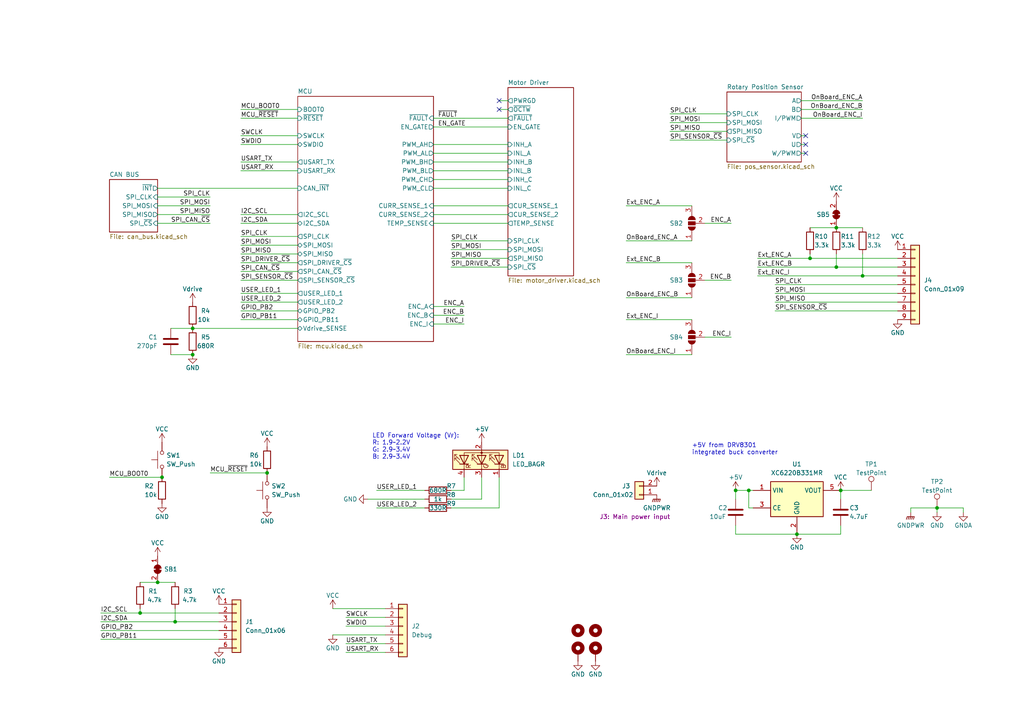
<source format=kicad_sch>
(kicad_sch (version 20230121) (generator eeschema)
  (paper "A4")
  (title_block (title "moco-RD501") (date "2023-01-06") (rev "1.0") (comment 1 "rectangle, discrete, 50mm") (comment 2 "MIT license (Open source hardware)") (comment 3 "https://github.com/ziteh/moco"))
  (lib_symbols
    (symbol "Connector:TestPoint" (pin_numbers hide) (pin_names (offset 0.762) hide)
      (property "Reference" "TP" (at 0 6.858 0))
      (property "Value" "TestPoint" (at 0 5.08 0))
      (symbol "TestPoint_0_1"
        (circle (center 0 3.302) (radius 0.762))
      )
      (symbol "TestPoint_1_1"
        (pin passive line (at 0 0 90) (length 2.54) (name "1") (number "1"))
      )
    )
    (symbol "Connector_Generic:Conn_01x02" (pin_names (offset 1.016) hide)
      (property "Reference" "J" (at 0 2.54 0))
      (property "Value" "Conn_01x02" (at 0 -5.08 0))
      (symbol "Conn_01x02_1_1"
        (rectangle (start -1.27 -2.413) (end 0 -2.667) (stroke (width 0.1524)))
        (rectangle (start -1.27 0.127) (end 0 -0.127) (stroke (width 0.1524)))
        (rectangle (start -1.27 1.27) (end 1.27 -3.81) (stroke (width 0.254)) (fill (type background)))
        (pin passive line (at -5.08 0 0) (length 3.81) (name "Pin_1") (number "1"))
        (pin passive line (at -5.08 -2.54 0) (length 3.81) (name "Pin_2") (number "2"))
      )
    )
    (symbol "Connector_Generic:Conn_01x06" (pin_names (offset 1.016) hide)
      (property "Reference" "J" (at 0 7.62 0))
      (property "Value" "Conn_01x06" (at 0 -10.16 0))
      (symbol "Conn_01x06_1_1"
        (rectangle (start -1.27 -7.493) (end 0 -7.747) (stroke (width 0.1524)))
        (rectangle (start -1.27 -4.953) (end 0 -5.207) (stroke (width 0.1524)))
        (rectangle (start -1.27 -2.413) (end 0 -2.667) (stroke (width 0.1524)))
        (rectangle (start -1.27 0.127) (end 0 -0.127) (stroke (width 0.1524)))
        (rectangle (start -1.27 2.667) (end 0 2.413) (stroke (width 0.1524)))
        (rectangle (start -1.27 5.207) (end 0 4.953) (stroke (width 0.1524)))
        (rectangle (start -1.27 6.35) (end 1.27 -8.89) (stroke (width 0.254)) (fill (type background)))
        (pin passive line (at -5.08 5.08 0) (length 3.81) (name "Pin_1") (number "1"))
        (pin passive line (at -5.08 2.54 0) (length 3.81) (name "Pin_2") (number "2"))
        (pin passive line (at -5.08 0 0) (length 3.81) (name "Pin_3") (number "3"))
        (pin passive line (at -5.08 -2.54 0) (length 3.81) (name "Pin_4") (number "4"))
        (pin passive line (at -5.08 -5.08 0) (length 3.81) (name "Pin_5") (number "5"))
        (pin passive line (at -5.08 -7.62 0) (length 3.81) (name "Pin_6") (number "6"))
      )
    )
    (symbol "Connector_Generic:Conn_01x09" (pin_names (offset 1.016) hide)
      (property "Reference" "J" (at 0 12.7 0))
      (property "Value" "Conn_01x09" (at 0 -12.7 0))
      (symbol "Conn_01x09_1_1"
        (rectangle (start -1.27 -10.033) (end 0 -10.287) (stroke (width 0.1524)))
        (rectangle (start -1.27 -7.493) (end 0 -7.747) (stroke (width 0.1524)))
        (rectangle (start -1.27 -4.953) (end 0 -5.207) (stroke (width 0.1524)))
        (rectangle (start -1.27 -2.413) (end 0 -2.667) (stroke (width 0.1524)))
        (rectangle (start -1.27 0.127) (end 0 -0.127) (stroke (width 0.1524)))
        (rectangle (start -1.27 2.667) (end 0 2.413) (stroke (width 0.1524)))
        (rectangle (start -1.27 5.207) (end 0 4.953) (stroke (width 0.1524)))
        (rectangle (start -1.27 7.747) (end 0 7.493) (stroke (width 0.1524)))
        (rectangle (start -1.27 10.287) (end 0 10.033) (stroke (width 0.1524)))
        (rectangle (start -1.27 11.43) (end 1.27 -11.43) (stroke (width 0.254)) (fill (type background)))
        (pin passive line (at -5.08 10.16 0) (length 3.81) (name "Pin_1") (number "1"))
        (pin passive line (at -5.08 7.62 0) (length 3.81) (name "Pin_2") (number "2"))
        (pin passive line (at -5.08 5.08 0) (length 3.81) (name "Pin_3") (number "3"))
        (pin passive line (at -5.08 2.54 0) (length 3.81) (name "Pin_4") (number "4"))
        (pin passive line (at -5.08 0 0) (length 3.81) (name "Pin_5") (number "5"))
        (pin passive line (at -5.08 -2.54 0) (length 3.81) (name "Pin_6") (number "6"))
        (pin passive line (at -5.08 -5.08 0) (length 3.81) (name "Pin_7") (number "7"))
        (pin passive line (at -5.08 -7.62 0) (length 3.81) (name "Pin_8") (number "8"))
        (pin passive line (at -5.08 -10.16 0) (length 3.81) (name "Pin_9") (number "9"))
      )
    )
    (symbol "Device:C" (pin_numbers hide) (pin_names (offset 0.254))
      (property "Reference" "C" (at 0.635 2.54 0))
      (property "Value" "C" (at 0.635 -2.54 0))
      (symbol "C_0_1"
        (polyline (pts (xy -2.032 -0.762) (xy 2.032 -0.762)) (stroke (width 0.508)))
        (polyline (pts (xy -2.032 0.762) (xy 2.032 0.762)) (stroke (width 0.508)))
      )
      (symbol "C_1_1"
        (pin passive line (at 0 3.81 270) (length 2.794) (name "~") (number "1"))
        (pin passive line (at 0 -3.81 90) (length 2.794) (name "~") (number "2"))
      )
    )
    (symbol "Device:LED_BAGR" (pin_names (offset 0) hide)
      (property "Reference" "D" (at 0 9.398 0))
      (property "Value" "LED_BAGR" (at 0 -8.89 0))
      (symbol "LED_BAGR_0_0"
        (text "B" (at -1.905 -6.35 0) (effects (font (size 1.27 1.27))))
        (text "G" (at -1.905 -1.27 0) (effects (font (size 1.27 1.27))))
        (text "R" (at -1.905 3.81 0) (effects (font (size 1.27 1.27))))
      )
      (symbol "LED_BAGR_0_1"
        (polyline (pts (xy -1.27 -5.08) (xy -2.54 -5.08)))
        (polyline (pts (xy -1.27 -5.08) (xy 1.27 -5.08)))
        (polyline (pts (xy -1.27 -3.81) (xy -1.27 -6.35)) (stroke (width 0.254)))
        (polyline (pts (xy -1.27 0) (xy -2.54 0)))
        (polyline (pts (xy -1.27 1.27) (xy -1.27 -1.27)) (stroke (width 0.254)))
        (polyline (pts (xy -1.27 5.08) (xy -2.54 5.08)))
        (polyline (pts (xy -1.27 5.08) (xy 1.27 5.08)))
        (polyline (pts (xy -1.27 6.35) (xy -1.27 3.81)) (stroke (width 0.254)))
        (polyline (pts (xy 1.27 0) (xy -1.27 0)))
        (polyline (pts (xy 1.27 0) (xy 2.54 0)))
        (polyline (pts (xy -1.27 1.27) (xy -1.27 -1.27) (xy -1.27 -1.27)))
        (polyline (pts (xy -1.27 6.35) (xy -1.27 3.81) (xy -1.27 3.81)))
        (polyline (pts (xy 1.27 -5.08) (xy 2.032 -5.08) (xy 2.032 5.08) (xy 1.27 5.08)))
        (polyline (pts (xy 1.27 -3.81) (xy 1.27 -6.35) (xy -1.27 -5.08) (xy 1.27 -3.81)) (stroke (width 0.254)))
        (polyline (pts (xy 1.27 1.27) (xy 1.27 -1.27) (xy -1.27 0) (xy 1.27 1.27)) (stroke (width 0.254)))
        (polyline (pts (xy 1.27 6.35) (xy 1.27 3.81) (xy -1.27 5.08) (xy 1.27 6.35)) (stroke (width 0.254)))
        (polyline (pts (xy -1.016 -3.81) (xy 0.508 -2.286) (xy -0.254 -2.286) (xy 0.508 -2.286) (xy 0.508 -3.048)))
        (polyline (pts (xy -1.016 1.27) (xy 0.508 2.794) (xy -0.254 2.794) (xy 0.508 2.794) (xy 0.508 2.032)))
        (polyline (pts (xy -1.016 6.35) (xy 0.508 7.874) (xy -0.254 7.874) (xy 0.508 7.874) (xy 0.508 7.112)))
        (polyline (pts (xy 0 -3.81) (xy 1.524 -2.286) (xy 0.762 -2.286) (xy 1.524 -2.286) (xy 1.524 -3.048)))
        (polyline (pts (xy 0 1.27) (xy 1.524 2.794) (xy 0.762 2.794) (xy 1.524 2.794) (xy 1.524 2.032)))
        (polyline (pts (xy 0 6.35) (xy 1.524 7.874) (xy 0.762 7.874) (xy 1.524 7.874) (xy 1.524 7.112)))
        (rectangle (start 1.27 -1.27) (end 1.27 1.27))
        (rectangle (start 1.27 1.27) (end 1.27 1.27))
        (rectangle (start 1.27 3.81) (end 1.27 6.35))
        (rectangle (start 1.27 6.35) (end 1.27 6.35))
        (circle (center 2.032 0) (radius 0.254) (fill (type outline)))
        (rectangle (start 2.794 8.382) (end -2.794 -7.62) (stroke (width 0.254)) (fill (type background)))
      )
      (symbol "LED_BAGR_1_1"
        (pin passive line (at -5.08 -5.08 0) (length 2.54) (name "BK") (number "1"))
        (pin passive line (at 5.08 0 180) (length 2.54) (name "A") (number "2"))
        (pin passive line (at -5.08 0 0) (length 2.54) (name "GK") (number "3"))
        (pin passive line (at -5.08 5.08 0) (length 2.54) (name "RK") (number "4"))
      )
    )
    (symbol "Device:R" (pin_numbers hide) (pin_names (offset 0))
      (property "Reference" "R" (at 2.032 0 90))
      (property "Value" "R" (at 0 0 90))
      (symbol "R_0_1"
        (rectangle (start -1.016 -2.54) (end 1.016 2.54) (stroke (width 0.254)))
      )
      (symbol "R_1_1"
        (pin passive line (at 0 3.81 270) (length 1.27) (name "~") (number "1"))
        (pin passive line (at 0 -3.81 90) (length 1.27) (name "~") (number "2"))
      )
    )
    (symbol "Jumper:SolderJumper_2_Bridged" (pin_names (offset 0) hide)
      (property "Reference" "JP" (at 0 2.032 0))
      (property "Value" "SolderJumper_2_Bridged" (at 0 -2.54 0))
      (symbol "SolderJumper_2_Bridged_0_1"
        (rectangle (start -0.508 0.508) (end 0.508 -0.508) (fill (type outline)))
        (arc (start -0.254 1.016) (mid -1.2656 0) (end -0.254 -1.016))
        (arc (start -0.254 1.016) (mid -1.2656 0) (end -0.254 -1.016) (fill (type outline)))
        (polyline (pts (xy -0.254 1.016) (xy -0.254 -1.016)))
        (polyline (pts (xy 0.254 1.016) (xy 0.254 -1.016)))
        (arc (start 0.254 -1.016) (mid 1.2656 0) (end 0.254 1.016))
        (arc (start 0.254 -1.016) (mid 1.2656 0) (end 0.254 1.016) (fill (type outline)))
      )
      (symbol "SolderJumper_2_Bridged_1_1"
        (pin passive line (at -3.81 0 0) (length 2.54) (name "A") (number "1"))
        (pin passive line (at 3.81 0 180) (length 2.54) (name "B") (number "2"))
      )
    )
    (symbol "Jumper:SolderJumper_3_Open" (pin_names (offset 0) hide)
      (property "Reference" "JP" (at -2.54 -2.54 0))
      (property "Value" "SolderJumper_3_Open" (at 0 2.794 0))
      (symbol "SolderJumper_3_Open_0_1"
        (arc (start -1.016 1.016) (mid -2.0276 0) (end -1.016 -1.016))
        (arc (start -1.016 1.016) (mid -2.0276 0) (end -1.016 -1.016) (fill (type outline)))
        (rectangle (start -0.508 1.016) (end 0.508 -1.016) (fill (type outline)))
        (polyline (pts (xy -2.54 0) (xy -2.032 0)))
        (polyline (pts (xy -1.016 1.016) (xy -1.016 -1.016)))
        (polyline (pts (xy 0 -1.27) (xy 0 -1.016)))
        (polyline (pts (xy 1.016 1.016) (xy 1.016 -1.016)))
        (polyline (pts (xy 2.54 0) (xy 2.032 0)))
        (arc (start 1.016 -1.016) (mid 2.0276 0) (end 1.016 1.016))
        (arc (start 1.016 -1.016) (mid 2.0276 0) (end 1.016 1.016) (fill (type outline)))
      )
      (symbol "SolderJumper_3_Open_1_1"
        (pin passive line (at -5.08 0 0) (length 2.54) (name "A") (number "1"))
        (pin passive line (at 0 -3.81 90) (length 2.54) (name "C") (number "2"))
        (pin passive line (at 5.08 0 180) (length 2.54) (name "B") (number "3"))
      )
    )
    (symbol "Mechanical:MountingHole" (pin_names (offset 1.016))
      (property "Reference" "H" (at 0 5.08 0))
      (property "Value" "MountingHole" (at 0 3.175 0))
      (symbol "MountingHole_0_1"
        (circle (center 0 0) (radius 1.27) (stroke (width 1.27)))
      )
    )
    (symbol "Mechanical:MountingHole_Pad" (pin_numbers hide) (pin_names (offset 1.016) hide)
      (property "Reference" "H" (at 0 6.35 0))
      (property "Value" "MountingHole_Pad" (at 0 4.445 0))
      (symbol "MountingHole_Pad_0_1"
        (circle (center 0 1.27) (radius 1.27) (stroke (width 1.27)))
      )
      (symbol "MountingHole_Pad_1_1"
        (pin input line (at 0 -2.54 90) (length 2.54) (name "1") (number "1"))
      )
    )
    (symbol "Regulator_Linear:XC6220B331MR"
      (property "Reference" "U" (at 0 8.89 0))
      (property "Value" "XC6220B331MR" (at 0 6.35 0))
      (symbol "XC6220B331MR_0_1"
        (rectangle (start -7.62 5.08) (end 7.62 -5.08) (stroke (width 0.254)) (fill (type background)))
      )
      (symbol "XC6220B331MR_1_1"
        (pin power_in line (at -12.7 2.54 0) (length 5.08) (name "VIN") (number "1"))
        (pin power_in line (at 0 -10.16 90) (length 5.08) (name "GND") (number "2"))
        (pin input line (at -12.7 -2.54 0) (length 5.08) (name "CE") (number "3"))
        (pin no_connect line (at 12.7 -2.54 180) (length 5.08) hide (name "NC") (number "4"))
        (pin power_out line (at 12.7 2.54 180) (length 5.08) (name "VOUT") (number "5"))
      )
    )
    (symbol "Switch:SW_Push" (pin_numbers hide) (pin_names (offset 1.016) hide)
      (property "Reference" "SW" (at 1.27 2.54 0))
      (property "Value" "SW_Push" (at 0 -1.524 0))
      (symbol "SW_Push_0_1"
        (circle (center -2.032 0) (radius 0.508))
        (polyline (pts (xy 0 1.27) (xy 0 3.048)))
        (polyline (pts (xy 2.54 1.27) (xy -2.54 1.27)))
        (circle (center 2.032 0) (radius 0.508))
        (pin passive line (at -5.08 0 0) (length 2.54) (name "1") (number "1"))
        (pin passive line (at 5.08 0 180) (length 2.54) (name "2") (number "2"))
      )
    )
    (symbol "power:+5V" (power) (pin_names (offset 0))
      (property "Value" "+5V" (at 0 3.556 0))
      (symbol "+5V_0_1"
        (polyline (pts (xy -0.762 1.27) (xy 0 2.54)))
        (polyline (pts (xy 0 0) (xy 0 2.54)))
        (polyline (pts (xy 0 2.54) (xy 0.762 1.27)))
      )
      (symbol "+5V_1_1"
        (pin power_in line (at 0 0 90) (length 0) hide (name "+5V") (number "1"))
      )
    )
    (symbol "power:GND" (power) (pin_names (offset 0))
      (property "Value" "GND" (at 0 -3.81 0))
      (symbol "GND_0_1"
        (polyline (pts (xy 0 0) (xy 0 -1.27) (xy 1.27 -1.27) (xy 0 -2.54) (xy -1.27 -1.27) (xy 0 -1.27)))
      )
      (symbol "GND_1_1"
        (pin power_in line (at 0 0 270) (length 0) hide (name "GND") (number "1"))
      )
    )
    (symbol "power:GNDA" (power) (pin_names (offset 0))
      (property "Value" "GNDA" (at 0 -3.81 0))
      (symbol "GNDA_0_1"
        (polyline (pts (xy 0 0) (xy 0 -1.27) (xy 1.27 -1.27) (xy 0 -2.54) (xy -1.27 -1.27) (xy 0 -1.27)))
      )
      (symbol "GNDA_1_1"
        (pin power_in line (at 0 0 270) (length 0) hide (name "GNDA") (number "1"))
      )
    )
    (symbol "power:GNDPWR" (power) (pin_names (offset 0))
      (property "Value" "GNDPWR" (at 0 -3.302 0))
      (symbol "GNDPWR_0_1"
        (polyline (pts (xy 0 -1.27) (xy 0 0)))
        (polyline (pts (xy -1.016 -1.27) (xy -1.27 -2.032) (xy -1.27 -2.032)) (stroke (width 0.2032)))
        (polyline (pts (xy -0.508 -1.27) (xy -0.762 -2.032) (xy -0.762 -2.032)) (stroke (width 0.2032)))
        (polyline (pts (xy 0 -1.27) (xy -0.254 -2.032) (xy -0.254 -2.032)) (stroke (width 0.2032)))
        (polyline (pts (xy 0.508 -1.27) (xy 0.254 -2.032) (xy 0.254 -2.032)) (stroke (width 0.2032)))
        (polyline (pts (xy 1.016 -1.27) (xy -1.016 -1.27) (xy -1.016 -1.27)) (stroke (width 0.2032)))
        (polyline (pts (xy 1.016 -1.27) (xy 0.762 -2.032) (xy 0.762 -2.032) (xy 0.762 -2.032)) (stroke (width 0.2032)))
      )
      (symbol "GNDPWR_1_1"
        (pin power_in line (at 0 0 270) (length 0) hide (name "GNDPWR") (number "1"))
      )
    )
    (symbol "power:VCC" (power) (pin_names (offset 0))
      (property "Value" "VCC" (at 0 3.81 0))
      (symbol "VCC_0_1"
        (polyline (pts (xy -0.762 1.27) (xy 0 2.54)))
        (polyline (pts (xy 0 0) (xy 0 2.54)))
        (polyline (pts (xy 0 2.54) (xy 0.762 1.27)))
      )
      (symbol "VCC_1_1"
        (pin power_in line (at 0 0 90) (length 0) hide (name "VCC") (number "1"))
      )
    )
    (symbol "power:Vdrive" (power) (pin_names (offset 0))
      (property "Value" "Vdrive" (at 0 3.81 0))
      (symbol "Vdrive_0_1"
        (polyline (pts (xy -0.762 1.27) (xy 0 2.54)))
        (polyline (pts (xy 0 0) (xy 0 2.54)))
        (polyline (pts (xy 0 2.54) (xy 0.762 1.27)))
      )
      (symbol "Vdrive_1_1"
        (pin power_in line (at 0 0 90) (length 0) hide (name "Vdrive") (number "1"))
      )
    )
  )
  (junction (at 77.47 137.16))
  (junction (at 243.84 142.24))
  (junction (at 55.88 95.25))
  (junction (at 40.64 177.8))
  (junction (at 242.57 66.04))
  (junction (at 234.95 74.93))
  (junction (at 46.99 138.43))
  (junction (at 242.57 77.47))
  (junction (at 231.14 154.94))
  (junction (at 250.19 80.01))
  (junction (at 213.36 142.24))
  (junction (at 45.72 168.91))
  (junction (at 55.88 102.87))
  (junction (at 217.17 142.24))
  (junction (at 271.78 147.32))
  (junction (at 50.8 180.34))
  (no_connect (at 144.78 29.21))
  (no_connect (at 144.78 31.75))
  (no_connect (at 233.68 41.91))
  (no_connect (at 233.68 44.45))
  (no_connect (at 233.68 39.37))
  (wire (pts (xy 125.73 44.45) (xy 147.32 44.45)))
  (wire (pts (xy 125.73 49.53) (xy 147.32 49.53)))
  (wire (pts (xy 279.4 147.32) (xy 279.4 148.59)))
  (wire (pts (xy 212.09 64.77) (xy 204.47 64.77)))
  (wire (pts (xy 218.44 147.32) (xy 217.17 147.32)))
  (wire (pts (xy 233.68 41.91) (xy 232.41 41.91)))
  (wire (pts (xy 125.73 62.23) (xy 147.32 62.23)))
  (wire (pts (xy 125.73 59.69) (xy 147.32 59.69)))
  (wire (pts (xy 130.81 147.32) (xy 144.78 147.32)))
  (wire (pts (xy 69.85 62.23) (xy 86.36 62.23)))
  (wire (pts (xy 125.73 52.07) (xy 147.32 52.07)))
  (wire (pts (xy 125.73 91.44) (xy 134.62 91.44)))
  (wire (pts (xy 29.21 185.42) (xy 63.5 185.42)))
  (wire (pts (xy 55.88 102.87) (xy 49.53 102.87)))
  (wire (pts (xy 144.78 29.21) (xy 147.32 29.21)))
  (wire (pts (xy 125.73 34.29) (xy 147.32 34.29)))
  (wire (pts (xy 250.19 80.01) (xy 260.35 80.01)))
  (wire (pts (xy 250.19 73.66) (xy 250.19 80.01)))
  (wire (pts (xy 243.84 142.24) (xy 243.84 144.78)))
  (wire (pts (xy 213.36 142.24) (xy 217.17 142.24)))
  (wire (pts (xy 69.85 31.75) (xy 86.36 31.75)))
  (wire (pts (xy 232.41 34.29) (xy 250.19 34.29)))
  (wire (pts (xy 213.36 154.94) (xy 231.14 154.94)))
  (wire (pts (xy 69.85 71.12) (xy 86.36 71.12)))
  (wire (pts (xy 31.75 138.43) (xy 46.99 138.43)))
  (wire (pts (xy 213.36 152.4) (xy 213.36 154.94)))
  (wire (pts (xy 260.35 82.55) (xy 224.79 82.55)))
  (wire (pts (xy 96.52 184.15) (xy 111.76 184.15)))
  (wire (pts (xy 100.33 179.07) (xy 111.76 179.07)))
  (wire (pts (xy 234.95 74.93) (xy 260.35 74.93)))
  (wire (pts (xy 45.72 64.77) (xy 60.96 64.77)))
  (wire (pts (xy 219.71 77.47) (xy 242.57 77.47)))
  (wire (pts (xy 69.85 49.53) (xy 86.36 49.53)))
  (wire (pts (xy 130.81 74.93) (xy 147.32 74.93)))
  (wire (pts (xy 181.61 59.69) (xy 200.66 59.69)))
  (wire (pts (xy 45.72 57.15) (xy 60.96 57.15)))
  (wire (pts (xy 69.85 85.09) (xy 86.36 85.09)))
  (wire (pts (xy 232.41 31.75) (xy 250.19 31.75)))
  (wire (pts (xy 125.73 41.91) (xy 147.32 41.91)))
  (wire (pts (xy 125.73 93.98) (xy 134.62 93.98)))
  (wire (pts (xy 234.95 66.04) (xy 242.57 66.04)))
  (wire (pts (xy 212.09 97.79) (xy 204.47 97.79)))
  (wire (pts (xy 130.81 72.39) (xy 147.32 72.39)))
  (wire (pts (xy 29.21 182.88) (xy 63.5 182.88)))
  (wire (pts (xy 69.85 68.58) (xy 86.36 68.58)))
  (wire (pts (xy 242.57 66.04) (xy 250.19 66.04)))
  (wire (pts (xy 194.31 38.1) (xy 210.82 38.1)))
  (wire (pts (xy 29.21 180.34) (xy 50.8 180.34)))
  (wire (pts (xy 29.21 177.8) (xy 40.64 177.8)))
  (wire (pts (xy 260.35 87.63) (xy 224.79 87.63)))
  (wire (pts (xy 125.73 54.61) (xy 147.32 54.61)))
  (wire (pts (xy 139.7 144.78) (xy 139.7 138.43)))
  (wire (pts (xy 69.85 46.99) (xy 86.36 46.99)))
  (wire (pts (xy 45.72 59.69) (xy 60.96 59.69)))
  (wire (pts (xy 212.09 81.28) (xy 204.47 81.28)))
  (wire (pts (xy 232.41 29.21) (xy 250.19 29.21)))
  (wire (pts (xy 40.64 176.53) (xy 40.64 177.8)))
  (wire (pts (xy 130.81 77.47) (xy 147.32 77.47)))
  (wire (pts (xy 224.79 90.17) (xy 260.35 90.17)))
  (wire (pts (xy 264.16 147.32) (xy 271.78 147.32)))
  (wire (pts (xy 130.81 144.78) (xy 139.7 144.78)))
  (wire (pts (xy 194.31 35.56) (xy 210.82 35.56)))
  (wire (pts (xy 144.78 147.32) (xy 144.78 138.43)))
  (wire (pts (xy 234.95 73.66) (xy 234.95 74.93)))
  (wire (pts (xy 219.71 74.93) (xy 234.95 74.93)))
  (wire (pts (xy 217.17 142.24) (xy 217.17 147.32)))
  (wire (pts (xy 271.78 147.32) (xy 271.78 148.59)))
  (wire (pts (xy 264.16 147.32) (xy 264.16 148.59)))
  (wire (pts (xy 219.71 80.01) (xy 250.19 80.01)))
  (wire (pts (xy 60.96 137.16) (xy 77.47 137.16)))
  (wire (pts (xy 194.31 33.02) (xy 210.82 33.02)))
  (wire (pts (xy 45.72 62.23) (xy 60.96 62.23)))
  (wire (pts (xy 125.73 88.9) (xy 134.62 88.9)))
  (wire (pts (xy 181.61 86.36) (xy 200.66 86.36)))
  (wire (pts (xy 233.68 44.45) (xy 232.41 44.45)))
  (wire (pts (xy 130.81 69.85) (xy 147.32 69.85)))
  (wire (pts (xy 40.64 168.91) (xy 45.72 168.91)))
  (wire (pts (xy 233.68 39.37) (xy 232.41 39.37)))
  (wire (pts (xy 130.81 142.24) (xy 134.62 142.24)))
  (wire (pts (xy 100.33 186.69) (xy 111.76 186.69)))
  (wire (pts (xy 69.85 90.17) (xy 86.36 90.17)))
  (wire (pts (xy 125.73 36.83) (xy 147.32 36.83)))
  (wire (pts (xy 125.73 46.99) (xy 147.32 46.99)))
  (wire (pts (xy 69.85 87.63) (xy 86.36 87.63)))
  (wire (pts (xy 50.8 176.53) (xy 50.8 180.34)))
  (wire (pts (xy 69.85 76.2) (xy 86.36 76.2)))
  (wire (pts (xy 194.31 40.64) (xy 210.82 40.64)))
  (wire (pts (xy 100.33 189.23) (xy 111.76 189.23)))
  (wire (pts (xy 55.88 95.25) (xy 86.36 95.25)))
  (wire (pts (xy 69.85 39.37) (xy 86.36 39.37)))
  (wire (pts (xy 96.52 176.53) (xy 111.76 176.53)))
  (wire (pts (xy 69.85 73.66) (xy 86.36 73.66)))
  (wire (pts (xy 243.84 152.4) (xy 243.84 154.94)))
  (wire (pts (xy 109.22 147.32) (xy 123.19 147.32)))
  (wire (pts (xy 69.85 64.77) (xy 86.36 64.77)))
  (wire (pts (xy 69.85 81.28) (xy 86.36 81.28)))
  (wire (pts (xy 181.61 69.85) (xy 200.66 69.85)))
  (wire (pts (xy 45.72 168.91) (xy 50.8 168.91)))
  (wire (pts (xy 45.72 54.61) (xy 86.36 54.61)))
  (wire (pts (xy 106.68 144.78) (xy 123.19 144.78)))
  (wire (pts (xy 69.85 78.74) (xy 86.36 78.74)))
  (wire (pts (xy 217.17 142.24) (xy 218.44 142.24)))
  (wire (pts (xy 40.64 177.8) (xy 63.5 177.8)))
  (wire (pts (xy 243.84 142.24) (xy 252.73 142.24)))
  (wire (pts (xy 242.57 77.47) (xy 260.35 77.47)))
  (wire (pts (xy 144.78 31.75) (xy 147.32 31.75)))
  (wire (pts (xy 69.85 34.29) (xy 86.36 34.29)))
  (wire (pts (xy 181.61 92.71) (xy 200.66 92.71)))
  (wire (pts (xy 100.33 181.61) (xy 111.76 181.61)))
  (wire (pts (xy 109.22 142.24) (xy 123.19 142.24)))
  (wire (pts (xy 271.78 147.32) (xy 279.4 147.32)))
  (wire (pts (xy 181.61 102.87) (xy 200.66 102.87)))
  (wire (pts (xy 69.85 92.71) (xy 86.36 92.71)))
  (wire (pts (xy 260.35 85.09) (xy 224.79 85.09)))
  (wire (pts (xy 125.73 64.77) (xy 147.32 64.77)))
  (wire (pts (xy 134.62 142.24) (xy 134.62 138.43)))
  (wire (pts (xy 181.61 76.2) (xy 200.66 76.2)))
  (wire (pts (xy 55.88 95.25) (xy 49.53 95.25)))
  (wire (pts (xy 231.14 154.94) (xy 243.84 154.94)))
  (wire (pts (xy 69.85 41.91) (xy 86.36 41.91)))
  (wire (pts (xy 242.57 73.66) (xy 242.57 77.47)))
  (wire (pts (xy 50.8 180.34) (xy 63.5 180.34)))
  (wire (pts (xy 213.36 144.78) (xy 213.36 142.24)))
  (text "LED Forward Voltage (V_{F}):\nR: 1.9~2.2V\nG: 2.9~3.4V\nB: 2.9~3.4V" (at 107.95 133.35 0) (effects (font (size 1.27 1.27)) (justify left bottom)))
  (text "+5V from DRV8301\nintegrated buck converter" (at 200.66 132.08 0) (effects (font (size 1.27 1.27)) (justify left bottom)))
  (label "SWCLK" (at 100.33 179.07 0))
  (label "MCU_~{RESET}" (at 69.85 34.29 0))
  (label "GPIO_PB2" (at 69.85 90.17 0))
  (label "I2C_SCL" (at 29.21 177.8 0))
  (label "SWDIO" (at 69.85 41.91 0))
  (label "GPIO_PB11" (at 69.85 92.71 0))
  (label "SPI_MISO" (at 60.96 62.23 180))
  (label "USART_TX" (at 100.33 186.69 0))
  (label "MCU_BOOT0" (at 69.85 31.75 0))
  (label "EN_GATE" (at 127 36.83 0))
  (label "Ext_ENC_I" (at 219.71 80.01 0))
  (label "Ext_ENC_A" (at 181.61 59.69 0))
  (label "Ext_ENC_B" (at 219.71 77.47 0))
  (label "USER_LED_1" (at 109.22 142.24 0))
  (label "OnBoard_ENC_A" (at 250.19 29.21 180))
  (label "ENC_B" (at 212.09 81.28 180))
  (label "SPI_SENSOR_~{CS}" (at 69.85 81.28 0))
  (label "SPI_CLK" (at 69.85 68.58 0))
  (label "I2C_SCL" (at 69.85 62.23 0))
  (label "ENC_I" (at 134.62 93.98 180))
  (label "OnBoard_ENC_A" (at 181.61 69.85 0))
  (label "SPI_MOSI" (at 60.96 59.69 180))
  (label "OnBoard_ENC_B" (at 250.19 31.75 180))
  (label "SPI_MOSI" (at 194.31 35.56 0))
  (label "SPI_DRIVER_~{CS}" (at 69.85 76.2 0))
  (label "Ext_ENC_B" (at 181.61 76.2 0))
  (label "USART_RX" (at 69.85 49.53 0))
  (label "OnBoard_ENC_B" (at 181.61 86.36 0))
  (label "ENC_B" (at 134.62 91.44 180))
  (label "SPI_DRIVER_~{CS}" (at 130.81 77.47 0))
  (label "SPI_CAN_~{CS}" (at 60.96 64.77 180))
  (label "Ext_ENC_A" (at 219.71 74.93 0))
  (label "SPI_MOSI" (at 224.79 85.09 0))
  (label "SPI_MISO" (at 224.79 87.63 0))
  (label "SPI_MOSI" (at 69.85 71.12 0))
  (label "ENC_I" (at 212.09 97.79 180))
  (label "MCU_~{RESET}" (at 60.96 137.16 0))
  (label "SWCLK" (at 69.85 39.37 0))
  (label "SPI_CLK" (at 130.81 69.85 0))
  (label "USER_LED_2" (at 69.85 87.63 0))
  (label "ENC_A" (at 134.62 88.9 180))
  (label "SPI_MISO" (at 130.81 74.93 0))
  (label "SPI_CAN_~{CS}" (at 69.85 78.74 0))
  (label "SPI_MISO" (at 69.85 73.66 0))
  (label "I2C_SDA" (at 29.21 180.34 0))
  (label "USART_RX" (at 100.33 189.23 0))
  (label "USART_TX" (at 69.85 46.99 0))
  (label "SPI_CLK" (at 60.96 57.15 180))
  (label "GPIO_PB11" (at 29.21 185.42 0))
  (label "SPI_MISO" (at 194.31 38.1 0))
  (label "USER_LED_2" (at 109.22 147.32 0))
  (label "Ext_ENC_I" (at 181.61 92.71 0))
  (label "~{FAULT}" (at 127 34.29 0))
  (label "SPI_MOSI" (at 130.81 72.39 0))
  (label "GPIO_PB2" (at 29.21 182.88 0))
  (label "SPI_SENSOR_~{CS}" (at 194.31 40.64 0))
  (label "SPI_CLK" (at 194.31 33.02 0))
  (label "ENC_A" (at 212.09 64.77 180))
  (label "MCU_BOOT0" (at 31.75 138.43 0))
  (label "OnBoard_ENC_I" (at 181.61 102.87 0))
  (label "SPI_SENSOR_~{CS}" (at 224.79 90.17 0))
  (label "SWDIO" (at 100.33 181.61 0))
  (label "I2C_SDA" (at 69.85 64.77 0))
  (label "USER_LED_1" (at 69.85 85.09 0))
  (label "OnBoard_ENC_I" (at 250.19 34.29 180))
  (label "SPI_CLK" (at 224.79 82.55 0))
  (symbol (lib_id "power:GNDPWR") (at 264.16 148.59 0) (unit 1)
    (property "Reference" "#PWR024" (effects hide))
    (property "Value" "GNDPWR" (at 264.16 152.4 0))
  )
  (symbol (lib_id "power:GND") (at 55.88 102.87 0) (mirror y) (unit 1)
    (property "Reference" "#PWR05" (effects hide))
    (property "Value" "GND" (at 55.88 106.68 0))
  )
  (symbol (lib_id "power:GND") (at 77.47 147.32 0) (unit 1)
    (property "Reference" "#PWR09" (effects hide))
    (property "Value" "GND" (at 77.47 151.13 0))
  )
  (symbol (lib_id "Jumper:SolderJumper_3_Open") (at 200.66 64.77 90) (unit 1) (in_bom no)
    (property "Reference" "SB2" (at 198.12 64.77 90) (effects (justify left)))
    (property "Value" "Jumper_3_Bridged12" (effects hide))
    (property "Footprint" "Jumper:SolderJumper-3_P1.3mm_Open_RoundedPad1.0x1.5mm_NumberLabels" (effects hide))
    (property "Basic Part" "Y" (effects hide))
  )
  (symbol (lib_id "power:VCC") (at 46.99 128.27 0) (unit 1)
    (property "Reference" "#PWR02" (effects hide))
    (property "Value" "VCC" (at 46.99 124.46 0))
  )
  (symbol (lib_id "Device:R") (at 77.47 133.35 0) (unit 1)
    (property "Reference" "R6" (at 72.39 132.08 0) (effects (justify left)))
    (property "Value" "10k" (at 72.39 134.62 0) (effects (justify left)))
    (property "Footprint" "Resistor_SMD:R_0402_1005Metric" (effects hide))
    (property "JLCPCB Part #" "C25744" (effects hide))
    (property "MFR.Part #" "0402WGF1002TCE" (effects hide))
    (property "Basic Part" "Y" (effects hide))
  )
  (symbol (lib_id "Device:R") (at 40.64 172.72 0) (mirror y) (unit 1)
    (property "Reference" "R1" (at 45.72 171.45 0) (effects (justify left)))
    (property "Value" "4.7k" (at 46.99 173.99 0) (effects (justify left)))
    (property "Footprint" "Resistor_SMD:R_0402_1005Metric" (effects hide))
    (property "JLCPCB Part #" "C25900" (effects hide))
    (property "MFR.Part #" "0402WGF4701TCE" (effects hide))
    (property "Basic Part" "Y" (effects hide))
  )
  (symbol (lib_id "Switch:SW_Push") (at 77.47 142.24 90) (unit 1)
    (property "Reference" "SW2" (at 78.74 140.9699 90) (effects (justify right)))
    (property "Value" "SW_Push" (at 78.74 143.5099 90) (effects (justify right)))
    (property "Footprint" "Button_Switch_SMD:SW_SPST_CK_RS282G05A3" (effects hide))
    (property "JLCPCB Part #" "C520860" (effects hide))
    (property "MFR.Part #" "TS-1092S-B3D2-G" (effects hide))
    (property "Basic Part" "N" (effects hide))
  )
  (symbol (lib_id "Jumper:SolderJumper_2_Bridged") (at 45.72 165.1 270) (unit 1) (in_bom no)
    (property "Reference" "SB1" (at 49.53 165.1 90))
    (property "Value" "SolderJumper_2_Bridged" (effects hide))
    (property "Footprint" "Jumper:SolderJumper-2_P1.3mm_Bridged_RoundedPad1.0x1.5mm" (effects hide))
  )
  (symbol (lib_id "power:VCC") (at 242.57 58.42 0) (unit 1)
    (property "Reference" "#PWR020" (effects hide))
    (property "Value" "VCC" (at 242.57 54.61 0))
  )
  (symbol (lib_id "Switch:SW_Push") (at 46.99 133.35 90) (unit 1)
    (property "Reference" "SW1" (at 48.26 132.0799 90) (effects (justify right)))
    (property "Value" "SW_Push" (at 48.26 134.6199 90) (effects (justify right)))
    (property "Footprint" "Button_Switch_SMD:SW_SPST_CK_RS282G05A3" (effects hide))
    (property "JLCPCB Part #" "C520860" (effects hide))
    (property "MFR.Part #" "TS-1092S-B3D2-G" (effects hide))
    (property "Basic Part" "N" (effects hide))
  )
  (symbol (lib_id "power:VCC") (at 45.72 161.29 0) (unit 1)
    (property "Reference" "#PWR01" (effects hide))
    (property "Value" "VCC" (at 45.72 157.48 0))
  )
  (symbol (lib_id "power:GND") (at 231.14 154.94 0) (unit 1)
    (property "Reference" "#PWR019" (effects hide))
    (property "Value" "GND" (at 231.14 158.75 0))
  )
  (symbol (lib_id "Device:C") (at 213.36 148.59 0) (unit 1)
    (property "Reference" "C2" (at 208.28 147.32 0) (effects (justify left)))
    (property "Value" "10uF" (at 205.74 149.86 0) (effects (justify left)))
    (property "Footprint" "Capacitor_SMD:C_0402_1005Metric" (effects hide))
    (property "JLCPCB Part #" "C15525" (effects hide))
    (property "MFR.Part #" "CL05A106MQ5NUNC" (effects hide))
    (property "Basic Part" "Y" (effects hide))
  )
  (symbol (lib_id "power:VCC") (at 77.47 129.54 0) (unit 1)
    (property "Reference" "#PWR08" (effects hide))
    (property "Value" "VCC" (at 77.47 125.73 0))
  )
  (symbol (lib_id "power:GND") (at 271.78 148.59 0) (unit 1)
    (property "Reference" "#PWR025" (effects hide))
    (property "Value" "GND" (at 271.78 152.4 0))
  )
  (symbol (lib_id "power:GND") (at 260.35 92.71 0) (unit 1)
    (property "Reference" "#PWR023" (effects hide))
    (property "Value" "GND" (at 260.35 96.52 0))
  )
  (symbol (lib_id "power:VCC") (at 63.5 175.26 0) (unit 1)
    (property "Reference" "#PWR06" (effects hide))
    (property "Value" "VCC" (at 63.5 171.45 0))
  )
  (symbol (lib_id "power:GND") (at 46.99 146.05 0) (unit 1)
    (property "Reference" "#PWR03" (effects hide))
    (property "Value" "GND" (at 46.99 149.86 0))
  )
  (symbol (lib_id "power:GND") (at 106.68 144.78 270) (unit 1)
    (property "Reference" "#PWR012" (effects hide))
    (property "Value" "GND" (at 101.6 144.78 90))
  )
  (symbol (lib_id "Connector:TestPoint") (at 252.73 142.24 0) (unit 1) (in_bom no)
    (property "Reference" "TP1" (at 252.73 134.62 0))
    (property "Value" "TestPoint" (at 252.73 137.16 0))
    (property "Footprint" "TestPoint:TestPoint_Pad_D2.0mm" (effects hide))
  )
  (symbol (lib_id "Jumper:SolderJumper_3_Open") (at 200.66 81.28 90) (unit 1) (in_bom no)
    (property "Reference" "SB3" (at 198.12 81.28 90) (effects (justify left)))
    (property "Value" "Jumper_3_Bridged12" (effects hide))
    (property "Footprint" "Jumper:SolderJumper-3_P1.3mm_Open_RoundedPad1.0x1.5mm_NumberLabels" (effects hide))
    (property "Basic Part" "Y" (effects hide))
  )
  (symbol (lib_id "power:Vdrive") (at 55.88 87.63 0) (mirror y) (unit 1)
    (property "Reference" "#PWR04" (effects hide))
    (property "Value" "Vdrive" (at 55.88 83.82 0))
  )
  (symbol (lib_id "Jumper:SolderJumper_2_Bridged") (at 242.57 62.23 90) (unit 1) (in_bom no)
    (property "Reference" "SB5" (at 238.76 62.23 90))
    (property "Value" "SolderJumper_2_Bridged" (effects hide))
    (property "Footprint" "Jumper:SolderJumper-2_P1.3mm_Bridged_RoundedPad1.0x1.5mm" (effects hide))
  )
  (symbol (lib_id "Connector_Generic:Conn_01x02") (at 185.42 143.51 180) (unit 1)
    (property "Reference" "J3" (at 181.61 140.97 0))
    (property "Value" "Conn_01x02" (at 177.8 143.51 0))
    (property "Footprint" "Connector_AMASS:AMASS_XT60-M_1x02_P7.20mm_Vertical" (effects hide))
    (property "Note" "${REFERENCE}: Main power input" (at 184.15 149.86 0))
    (property "JLCPCB Part #" "C98733" (effects hide))
    (property "MFR.Part #" "XT60" (effects hide))
    (property "Basic Part" "N" (effects hide))
  )
  (symbol (lib_id "power:VCC") (at 96.52 176.53 0) (unit 1)
    (property "Reference" "#PWR010" (effects hide))
    (property "Value" "VCC" (at 96.52 172.72 0))
  )
  (symbol (lib_id "power:GNDPWR") (at 190.5 143.51 0) (unit 1)
    (property "Reference" "#PWR017" (effects hide))
    (property "Value" "GNDPWR" (at 190.5 147.32 0))
  )
  (symbol (lib_id "Mechanical:MountingHole_Pad") (at 172.72 189.23 0) (unit 1) (in_bom no)
    (property "Reference" "H4" (effects hide))
    (property "Value" "MountingHole_Pad" (effects hide))
    (property "Footprint" "MountingHole:MountingHole_2.2mm_M2_Pad_Via" (effects hide))
    (property "Basic Part" "Y" (effects hide))
  )
  (symbol (lib_id "Mechanical:MountingHole") (at 167.64 182.88 0) (unit 1) (in_bom no)
    (property "Reference" "H1" (effects hide))
    (property "Value" "MountingHole" (effects hide))
    (property "Footprint" "MountingHole:MountingHole_2.2mm_M2_ISO14580" (effects hide))
    (property "Basic Part" "Y" (effects hide))
  )
  (symbol (lib_id "Connector_Generic:Conn_01x06") (at 68.58 180.34 0) (unit 1)
    (property "Reference" "J1" (at 71.12 180.3399 0) (effects (justify left)))
    (property "Value" "Conn_01x06" (at 71.12 182.8799 0) (effects (justify left)))
    (property "Footprint" "Connector_JST:JST_GH_SM06B-GHS-TB_1x06-1MP_P1.25mm_Horizontal" (effects hide))
    (property "JLCPCB Part #" "C2829255" (effects hide))
    (property "MFR.Part #" "GH1.25-6PWBPZ" (effects hide))
    (property "Basic Part" "Y" (effects hide))
  )
  (symbol (lib_id "power:GNDA") (at 279.4 148.59 0) (unit 1)
    (property "Reference" "#PWR026" (effects hide))
    (property "Value" "GNDA" (at 279.4 152.4 0))
  )
  (symbol (lib_id "Device:R") (at 242.57 69.85 0) (unit 1)
    (property "Reference" "R11" (at 243.84 68.58 0) (effects (justify left)))
    (property "Value" "3.3k" (at 243.84 71.12 0) (effects (justify left)))
    (property "Footprint" "Resistor_SMD:R_0402_1005Metric" (effects hide))
    (property "JLCPCB Part #" "C25890" (effects hide))
    (property "MFR.Part #" "0402WGF3301TCE" (effects hide))
    (property "Basic Part" "Y" (effects hide))
  )
  (symbol (lib_id "Device:C") (at 243.84 148.59 0) (unit 1)
    (property "Reference" "C3" (at 246.38 147.32 0) (effects (justify left)))
    (property "Value" "4.7uF" (at 246.38 149.86 0) (effects (justify left)))
    (property "Footprint" "Capacitor_SMD:C_0402_1005Metric" (effects hide))
    (property "JLCPCB Part #" "C23733" (effects hide))
    (property "MFR.Part #" "CL05A475MP5NRNC" (effects hide))
    (property "Basic Part" "Y" (effects hide))
  )
  (symbol (lib_id "power:GND") (at 167.64 191.77 0) (unit 1)
    (property "Reference" "#PWR014" (effects hide))
    (property "Value" "GND" (at 167.64 195.58 0))
  )
  (symbol (lib_id "Device:LED_BAGR") (at 139.7 133.35 90) (unit 1)
    (property "Reference" "LD1" (at 148.59 132.0799 90) (effects (justify right)))
    (property "Value" "LED_BAGR" (at 148.59 134.6199 90) (effects (justify right)))
    (property "Footprint" "moco:RGB LED 1.6x1.6mm" (effects hide))
    (property "JLCPCB Part #" "C375569" (effects hide))
    (property "MFR.Part #" "E6C0606RGBC3UDA" (effects hide))
    (property "Basic Part" "N" (effects hide))
  )
  (symbol (lib_id "power:GND") (at 63.5 187.96 0) (unit 1)
    (property "Reference" "#PWR07" (effects hide))
    (property "Value" "GND" (at 63.5 191.77 0))
  )
  (symbol (lib_id "Connector_Generic:Conn_01x06") (at 116.84 181.61 0) (unit 1)
    (property "Reference" "J2" (at 119.38 181.6099 0) (effects (justify left)))
    (property "Value" "Debug" (at 119.38 184.1499 0) (effects (justify left)))
    (property "Footprint" "Connector_PinHeader_2.54mm:PinHeader_1x06_P2.54mm_Vertical" (effects hide))
    (property "Basic Part" "Y" (effects hide))
  )
  (symbol (lib_id "Jumper:SolderJumper_3_Open") (at 200.66 97.79 90) (unit 1) (in_bom no)
    (property "Reference" "SB4" (at 198.12 97.79 90) (effects (justify left)))
    (property "Value" "Jumper_3_Bridged12" (effects hide))
    (property "Footprint" "Jumper:SolderJumper-3_P1.3mm_Open_RoundedPad1.0x1.5mm_NumberLabels" (effects hide))
    (property "Basic Part" "Y" (effects hide))
  )
  (symbol (lib_id "power:GND") (at 172.72 191.77 0) (unit 1)
    (property "Reference" "#PWR015" (effects hide))
    (property "Value" "GND" (at 172.72 195.58 0))
  )
  (symbol (lib_id "Device:R") (at 55.88 99.06 0) (mirror y) (unit 1)
    (property "Reference" "R5" (at 60.96 97.79 0) (effects (justify left)))
    (property "Value" "680R" (at 62.23 100.33 0) (effects (justify left)))
    (property "Footprint" "Resistor_SMD:R_0402_1005Metric" (effects hide))
    (property "JLCPCB Part #" "C25130" (effects hide))
    (property "MFR.Part #" "0402WGF6800TCE" (effects hide))
    (property "Basic Part" "Y" (effects hide))
  )
  (symbol (lib_id "Device:R") (at 50.8 172.72 0) (mirror y) (unit 1)
    (property "Reference" "R3" (at 55.88 171.45 0) (effects (justify left)))
    (property "Value" "4.7k" (at 57.15 173.99 0) (effects (justify left)))
    (property "Footprint" "Resistor_SMD:R_0402_1005Metric" (effects hide))
    (property "JLCPCB Part #" "C25900" (effects hide))
    (property "MFR.Part #" "0402WGF4701TCE" (effects hide))
    (property "Basic Part" "Y" (effects hide))
  )
  (symbol (lib_id "Device:R") (at 46.99 142.24 0) (unit 1)
    (property "Reference" "R2" (at 41.91 140.97 0) (effects (justify left)))
    (property "Value" "10k" (at 41.91 143.51 0) (effects (justify left)))
    (property "Footprint" "Resistor_SMD:R_0402_1005Metric" (effects hide))
    (property "JLCPCB Part #" "C25744" (effects hide))
    (property "MFR.Part #" "0402WGF1002TCE" (effects hide))
    (property "Basic Part" "Y" (effects hide))
  )
  (symbol (lib_id "power:Vdrive") (at 190.5 140.97 0) (unit 1)
    (property "Reference" "#PWR016" (effects hide))
    (property "Value" "Vdrive" (at 190.5 137.16 0))
  )
  (symbol (lib_id "Regulator_Linear:XC6220B331MR") (at 231.14 144.78 0) (unit 1)
    (property "Reference" "U1" (at 231.14 134.62 0))
    (property "Value" "XC6220B331MR" (at 231.14 137.16 0))
    (property "Footprint" "Package_TO_SOT_SMD:SOT-23-5" (effects hide))
    (property "Datasheet" "https://www.torexsemi.com/file/xc6220/XC6220.pdf" (effects hide))
    (property "JLCPCB Part #" "C86534" (effects hide))
    (property "MFR.Part #" "XC6220B331MR-G" (effects hide))
    (property "Basic Part" "N" (effects hide))
  )
  (symbol (lib_id "Device:R") (at 127 147.32 270) (unit 1)
    (property "Reference" "R9" (at 129.54 146.05 90) (effects (justify left)))
    (property "Value" "330R" (at 124.46 147.32 90) (effects (justify left)))
    (property "Footprint" "Resistor_SMD:R_0402_1005Metric" (effects hide))
    (property "JLCPCB Part #" "C25104" (effects hide))
    (property "MFR.Part #" "0402WGF3300TCE" (effects hide))
    (property "Basic Part" "Y" (effects hide))
  )
  (symbol (lib_id "Mechanical:MountingHole") (at 172.72 182.88 0) (unit 1) (in_bom no)
    (property "Reference" "H3" (effects hide))
    (property "Value" "MountingHole" (effects hide))
    (property "Footprint" "MountingHole:MountingHole_2.2mm_M2_ISO14580" (effects hide))
    (property "Basic Part" "Y" (effects hide))
  )
  (symbol (lib_id "power:VCC") (at 260.35 72.39 0) (unit 1)
    (property "Reference" "#PWR022" (effects hide))
    (property "Value" "VCC" (at 260.35 68.58 0))
  )
  (symbol (lib_id "Connector:TestPoint") (at 271.78 147.32 0) (unit 1) (in_bom no)
    (property "Reference" "TP2" (at 271.78 139.7 0))
    (property "Value" "TestPoint" (at 271.78 142.24 0))
    (property "Footprint" "TestPoint:TestPoint_Pad_D2.0mm" (effects hide))
  )
  (symbol (lib_id "Device:R") (at 127 142.24 270) (unit 1)
    (property "Reference" "R7" (at 129.54 140.97 90) (effects (justify left)))
    (property "Value" "680R" (at 124.46 142.24 90) (effects (justify left)))
    (property "Footprint" "Resistor_SMD:R_0402_1005Metric" (effects hide))
    (property "JLCPCB Part #" "C25130" (effects hide))
    (property "MFR.Part #" "0402WGF6800TCE" (effects hide))
    (property "Basic Part" "Y" (effects hide))
  )
  (symbol (lib_id "Connector_Generic:Conn_01x09") (at 265.43 82.55 0) (unit 1)
    (property "Reference" "J4" (at 267.97 81.2799 0) (effects (justify left)))
    (property "Value" "Conn_01x09" (at 267.97 83.8199 0) (effects (justify left)))
    (property "Footprint" "Connector_JST:JST_GH_SM09B-GHS-TB_1x09-1MP_P1.25mm_Horizontal" (effects hide))
    (property "JLCPCB Part #" "C2829258" (effects hide))
    (property "MFR.Part #" "GH1.25-9PWBPZ" (effects hide))
    (property "Basic Part" "N" (effects hide))
  )
  (symbol (lib_id "Mechanical:MountingHole_Pad") (at 167.64 189.23 0) (unit 1) (in_bom no)
    (property "Reference" "H2" (effects hide))
    (property "Value" "MountingHole_Pad" (effects hide))
    (property "Footprint" "MountingHole:MountingHole_2.2mm_M2_Pad_Via" (effects hide))
    (property "Basic Part" "Y" (effects hide))
  )
  (symbol (lib_id "power:+5V") (at 213.36 142.24 0) (unit 1)
    (property "Reference" "#PWR018" (effects hide))
    (property "Value" "+5V" (at 213.36 138.43 0))
  )
  (symbol (lib_id "Device:R") (at 127 144.78 270) (unit 1)
    (property "Reference" "R8" (at 130.81 143.51 90))
    (property "Value" "1k" (at 127 144.78 90))
    (property "Footprint" "Resistor_SMD:R_0402_1005Metric" (effects hide))
    (property "JLCPCB Part #" "C11702" (effects hide))
    (property "MFR.Part #" "0402WGF1001TCE" (effects hide))
    (property "Basic Part" "Y" (effects hide))
  )
  (symbol (lib_id "Device:R") (at 234.95 69.85 0) (unit 1)
    (property "Reference" "R10" (at 236.22 68.58 0) (effects (justify left)))
    (property "Value" "3.3k" (at 236.22 71.12 0) (effects (justify left)))
    (property "Footprint" "Resistor_SMD:R_0402_1005Metric" (effects hide))
    (property "JLCPCB Part #" "C25890" (effects hide))
    (property "MFR.Part #" "0402WGF3301TCE" (effects hide))
    (property "Basic Part" "Y" (effects hide))
  )
  (symbol (lib_id "power:GND") (at 96.52 184.15 0) (unit 1)
    (property "Reference" "#PWR011" (effects hide))
    (property "Value" "GND" (at 96.52 187.96 0))
  )
  (symbol (lib_id "power:VCC") (at 243.84 142.24 0) (unit 1)
    (property "Reference" "#PWR021" (effects hide))
    (property "Value" "VCC" (at 243.84 138.43 0))
  )
  (symbol (lib_id "Device:C") (at 49.53 99.06 0) (mirror y) (unit 1)
    (property "Reference" "C1" (at 45.72 97.79 0) (effects (justify left)))
    (property "Value" "270pF" (at 45.72 100.33 0) (effects (justify left)))
    (property "Footprint" "Capacitor_SMD:C_0402_1005Metric" (effects hide))
    (property "JLCPCB Part #" "C524551" (effects hide))
    (property "MFR.Part #" "GCM1555C1H271JA16D" (effects hide))
    (property "Basic Part" "N" (effects hide))
  )
  (symbol (lib_id "Device:R") (at 55.88 91.44 0) (mirror y) (unit 1)
    (property "Reference" "R4" (at 60.96 90.17 0) (effects (justify left)))
    (property "Value" "10k" (at 60.96 92.71 0) (effects (justify left)))
    (property "Footprint" "Resistor_SMD:R_0402_1005Metric" (effects hide))
    (property "JLCPCB Part #" "C25744" (effects hide))
    (property "MFR.Part #" "0402WGF1002TCE" (effects hide))
    (property "Basic Part" "Y" (effects hide))
  )
  (symbol (lib_id "power:+5V") (at 139.7 128.27 0) (unit 1)
    (property "Reference" "#PWR013" (effects hide))
    (property "Value" "+5V" (at 139.7 124.46 0))
  )
  (symbol (lib_id "Device:R") (at 250.19 69.85 0) (unit 1)
    (property "Reference" "R12" (at 251.46 68.58 0) (effects (justify left)))
    (property "Value" "3.3k" (at 251.46 71.12 0) (effects (justify left)))
    (property "Footprint" "Resistor_SMD:R_0402_1005Metric" (effects hide))
    (property "JLCPCB Part #" "C25890" (effects hide))
    (property "MFR.Part #" "0402WGF3301TCE" (effects hide))
    (property "Basic Part" "Y" (effects hide))
  )
  (sheet (at 210.82 26.67) (size 21.59 20.32) (stroke (width 0.1524))
    (property "Sheetname" "Rotary Position Sensor" (at 210.82 25.9584 0) (effects (justify left bottom)))
    (property "Sheetfile" "pos_sensor.kicad_sch" (at 210.82 47.5746 0) (effects (justify left top)))
    (pin "A" output (at 232.41 29.21 0))
    (pin "B" output (at 232.41 31.75 0))
    (pin "I{slash}PWM" output (at 232.41 34.29 0))
    (pin "V" output (at 232.41 39.37 0))
    (pin "U" output (at 232.41 41.91 0))
    (pin "W{slash}PWM" output (at 232.41 44.45 0))
    (pin "SPI_MISO" output (at 210.82 38.1 180))
    (pin "SPI_MOSI" input (at 210.82 35.56 180))
    (pin "SPI_~{CS}" input (at 210.82 40.64 180))
    (pin "SPI_CLK" input (at 210.82 33.02 180))
  )
  (sheet (at 86.36 27.94) (size 39.37 71.12) (stroke (width 0.1524))
    (property "Sheetname" "MCU" (at 86.36 27.2284 0) (effects (justify left bottom)))
    (property "Sheetfile" "mcu.kicad_sch" (at 86.36 99.6446 0) (effects (justify left top)))
    (pin "BOOT0" input (at 86.36 31.75 180))
    (pin "~{RESET}" input (at 86.36 34.29 180))
    (pin "SWDIO" bidirectional (at 86.36 41.91 180))
    (pin "SWCLK" input (at 86.36 39.37 180))
    (pin "EN_GATE" output (at 125.73 36.83 0))
    (pin "GPIO_PB2" bidirectional (at 86.36 90.17 180))
    (pin "~{FAULT}" input (at 125.73 34.29 0))
    (pin "SPI_MISO" bidirectional (at 86.36 73.66 180))
    (pin "SPI_MOSI" bidirectional (at 86.36 71.12 180))
    (pin "PWM_BH" output (at 125.73 46.99 0))
    (pin "PWM_CH" output (at 125.73 52.07 0))
    (pin "PWM_AH" output (at 125.73 41.91 0))
    (pin "Vdrive_SENSE" bidirectional (at 86.36 95.25 180))
    (pin "PWM_CL" output (at 125.73 54.61 0))
    (pin "CURR_SENSE_2" input (at 125.73 62.23 0))
    (pin "USART_TX" output (at 86.36 46.99 180))
    (pin "USART_RX" input (at 86.36 49.53 180))
    (pin "TEMP_SENSE" input (at 125.73 64.77 0))
    (pin "SPI_CLK" output (at 86.36 68.58 180))
    (pin "PWM_BL" output (at 125.73 49.53 0))
    (pin "CURR_SENSE_1" input (at 125.73 59.69 0))
    (pin "PWM_AL" output (at 125.73 44.45 0))
    (pin "ENC_A" input (at 125.73 88.9 0))
    (pin "ENC_I" input (at 125.73 93.98 0))
    (pin "ENC_B" input (at 125.73 91.44 0))
    (pin "I2C_SCL" output (at 86.36 62.23 180))
    (pin "I2C_SDA" bidirectional (at 86.36 64.77 180))
    (pin "SPI_CAN_~{CS}" output (at 86.36 78.74 180))
    (pin "CAN_~{INT}" input (at 86.36 54.61 180))
    (pin "SPI_DRIVER_~{CS}" output (at 86.36 76.2 180))
    (pin "SPI_SENSOR_~{CS}" output (at 86.36 81.28 180))
    (pin "USER_LED_1" output (at 86.36 85.09 180))
    (pin "USER_LED_2" output (at 86.36 87.63 180))
    (pin "GPIO_PB11" bidirectional (at 86.36 92.71 180))
  )
  (sheet (at 147.32 25.4) (size 19.05 54.61) (stroke (width 0.1524))
    (property "Sheetname" "Motor Driver" (at 147.32 24.6884 0) (effects (justify left bottom)))
    (property "Sheetfile" "motor_driver.kicad_sch" (at 147.32 80.5946 0) (effects (justify left top)))
    (pin "SPI_MISO" output (at 147.32 74.93 180))
    (pin "SPI_CLK" input (at 147.32 69.85 180))
    (pin "INH_B" input (at 147.32 46.99 180))
    (pin "INL_A" input (at 147.32 44.45 180))
    (pin "INH_A" input (at 147.32 41.91 180))
    (pin "INH_C" input (at 147.32 52.07 180))
    (pin "INL_B" input (at 147.32 49.53 180))
    (pin "INL_C" input (at 147.32 54.61 180))
    (pin "CUR_SENSE_1" output (at 147.32 59.69 180))
    (pin "CUR_SENSE_2" output (at 147.32 62.23 180))
    (pin "SPI_MOSI" input (at 147.32 72.39 180))
    (pin "SPI_~{CS}" input (at 147.32 77.47 180))
    (pin "EN_GATE" input (at 147.32 36.83 180))
    (pin "PWRGD" output (at 147.32 29.21 180))
    (pin "~{OCTW}" output (at 147.32 31.75 180))
    (pin "~{FAULT}" output (at 147.32 34.29 180))
    (pin "TEMP_SENSE" output (at 147.32 64.77 180))
  )
  (sheet (at 31.75 52.07) (size 13.97 15.24) (stroke (width 0.1524))
    (property "Sheetname" "CAN BUS" (at 31.75 51.3584 0) (effects (justify left bottom)))
    (property "Sheetfile" "can_bus.kicad_sch" (at 31.75 67.8946 0) (effects (justify left top)))
    (pin "SPI_~{CS}" input (at 45.72 64.77 0))
    (pin "~{INT}" output (at 45.72 54.61 0))
    (pin "SPI_CLK" input (at 45.72 57.15 0))
    (pin "SPI_MOSI" input (at 45.72 59.69 0))
    (pin "SPI_MISO" output (at 45.72 62.23 0))
  )
)
</source>
